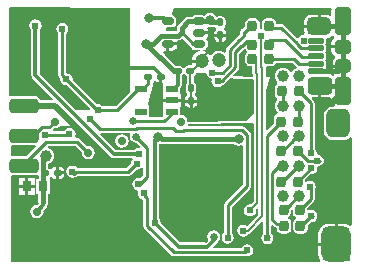
<source format=gbl>
G04 Layer_Physical_Order=2*
G04 Layer_Color=16711680*
%FSLAX25Y25*%
%MOIN*%
G70*
G01*
G75*
G04:AMPARAMS|DCode=10|XSize=19.69mil|YSize=23.62mil|CornerRadius=4.92mil|HoleSize=0mil|Usage=FLASHONLY|Rotation=270.000|XOffset=0mil|YOffset=0mil|HoleType=Round|Shape=RoundedRectangle|*
%AMROUNDEDRECTD10*
21,1,0.01969,0.01378,0,0,270.0*
21,1,0.00984,0.02362,0,0,270.0*
1,1,0.00984,-0.00689,-0.00492*
1,1,0.00984,-0.00689,0.00492*
1,1,0.00984,0.00689,0.00492*
1,1,0.00984,0.00689,-0.00492*
%
%ADD10ROUNDEDRECTD10*%
G04:AMPARAMS|DCode=11|XSize=19.69mil|YSize=23.62mil|CornerRadius=4.92mil|HoleSize=0mil|Usage=FLASHONLY|Rotation=180.000|XOffset=0mil|YOffset=0mil|HoleType=Round|Shape=RoundedRectangle|*
%AMROUNDEDRECTD11*
21,1,0.01969,0.01378,0,0,180.0*
21,1,0.00984,0.02362,0,0,180.0*
1,1,0.00984,-0.00492,0.00689*
1,1,0.00984,0.00492,0.00689*
1,1,0.00984,0.00492,-0.00689*
1,1,0.00984,-0.00492,-0.00689*
%
%ADD11ROUNDEDRECTD11*%
%ADD12R,0.03150X0.03543*%
G04:AMPARAMS|DCode=17|XSize=98.43mil|YSize=47.24mil|CornerRadius=11.81mil|HoleSize=0mil|Usage=FLASHONLY|Rotation=180.000|XOffset=0mil|YOffset=0mil|HoleType=Round|Shape=RoundedRectangle|*
%AMROUNDEDRECTD17*
21,1,0.09843,0.02362,0,0,180.0*
21,1,0.07480,0.04724,0,0,180.0*
1,1,0.02362,-0.03740,0.01181*
1,1,0.02362,0.03740,0.01181*
1,1,0.02362,0.03740,-0.01181*
1,1,0.02362,-0.03740,-0.01181*
%
%ADD17ROUNDEDRECTD17*%
G04:AMPARAMS|DCode=18|XSize=35.43mil|YSize=31.5mil|CornerRadius=7.87mil|HoleSize=0mil|Usage=FLASHONLY|Rotation=270.000|XOffset=0mil|YOffset=0mil|HoleType=Round|Shape=RoundedRectangle|*
%AMROUNDEDRECTD18*
21,1,0.03543,0.01575,0,0,270.0*
21,1,0.01969,0.03150,0,0,270.0*
1,1,0.01575,-0.00787,-0.00984*
1,1,0.01575,-0.00787,0.00984*
1,1,0.01575,0.00787,0.00984*
1,1,0.01575,0.00787,-0.00984*
%
%ADD18ROUNDEDRECTD18*%
%ADD32C,0.01969*%
%ADD33C,0.00787*%
%ADD34C,0.00906*%
%ADD35C,0.00984*%
%ADD36C,0.01181*%
%ADD37C,0.01575*%
%ADD38C,0.04724*%
%ADD39C,0.03937*%
%ADD40C,0.02756*%
%ADD41C,0.02362*%
%ADD42C,0.02559*%
%ADD43C,0.02441*%
%ADD44C,0.03150*%
%ADD45R,0.04134X0.02362*%
G04:AMPARAMS|DCode=46|XSize=118.11mil|YSize=98.43mil|CornerRadius=24.61mil|HoleSize=0mil|Usage=FLASHONLY|Rotation=270.000|XOffset=0mil|YOffset=0mil|HoleType=Round|Shape=RoundedRectangle|*
%AMROUNDEDRECTD46*
21,1,0.11811,0.04921,0,0,270.0*
21,1,0.06890,0.09843,0,0,270.0*
1,1,0.04921,-0.02461,-0.03445*
1,1,0.04921,-0.02461,0.03445*
1,1,0.04921,0.02461,0.03445*
1,1,0.04921,0.02461,-0.03445*
%
%ADD46ROUNDEDRECTD46*%
G04:AMPARAMS|DCode=47|XSize=78.74mil|YSize=94.49mil|CornerRadius=19.69mil|HoleSize=0mil|Usage=FLASHONLY|Rotation=180.000|XOffset=0mil|YOffset=0mil|HoleType=Round|Shape=RoundedRectangle|*
%AMROUNDEDRECTD47*
21,1,0.07874,0.05512,0,0,180.0*
21,1,0.03937,0.09449,0,0,180.0*
1,1,0.03937,-0.01969,0.02756*
1,1,0.03937,0.01969,0.02756*
1,1,0.03937,0.01969,-0.02756*
1,1,0.03937,-0.01969,-0.02756*
%
%ADD47ROUNDEDRECTD47*%
G04:AMPARAMS|DCode=48|XSize=17.72mil|YSize=54.33mil|CornerRadius=4.43mil|HoleSize=0mil|Usage=FLASHONLY|Rotation=90.000|XOffset=0mil|YOffset=0mil|HoleType=Round|Shape=RoundedRectangle|*
%AMROUNDEDRECTD48*
21,1,0.01772,0.04547,0,0,90.0*
21,1,0.00886,0.05433,0,0,90.0*
1,1,0.00886,0.02274,0.00443*
1,1,0.00886,0.02274,-0.00443*
1,1,0.00886,-0.02274,-0.00443*
1,1,0.00886,-0.02274,0.00443*
%
%ADD48ROUNDEDRECTD48*%
G04:AMPARAMS|DCode=49|XSize=58.07mil|YSize=82.68mil|CornerRadius=14.52mil|HoleSize=0mil|Usage=FLASHONLY|Rotation=270.000|XOffset=0mil|YOffset=0mil|HoleType=Round|Shape=RoundedRectangle|*
%AMROUNDEDRECTD49*
21,1,0.05807,0.05364,0,0,270.0*
21,1,0.02904,0.08268,0,0,270.0*
1,1,0.02904,-0.02682,-0.01452*
1,1,0.02904,-0.02682,0.01452*
1,1,0.02904,0.02682,0.01452*
1,1,0.02904,0.02682,-0.01452*
%
%ADD49ROUNDEDRECTD49*%
G04:AMPARAMS|DCode=50|XSize=58.07mil|YSize=78.74mil|CornerRadius=14.52mil|HoleSize=0mil|Usage=FLASHONLY|Rotation=270.000|XOffset=0mil|YOffset=0mil|HoleType=Round|Shape=RoundedRectangle|*
%AMROUNDEDRECTD50*
21,1,0.05807,0.04971,0,0,270.0*
21,1,0.02904,0.07874,0,0,270.0*
1,1,0.02904,-0.02485,-0.01452*
1,1,0.02904,-0.02485,0.01452*
1,1,0.02904,0.02485,0.01452*
1,1,0.02904,0.02485,-0.01452*
%
%ADD50ROUNDEDRECTD50*%
G04:AMPARAMS|DCode=51|XSize=46.26mil|YSize=51.18mil|CornerRadius=11.57mil|HoleSize=0mil|Usage=FLASHONLY|Rotation=270.000|XOffset=0mil|YOffset=0mil|HoleType=Round|Shape=RoundedRectangle|*
%AMROUNDEDRECTD51*
21,1,0.04626,0.02805,0,0,270.0*
21,1,0.02313,0.05118,0,0,270.0*
1,1,0.02313,-0.01403,-0.01157*
1,1,0.02313,-0.01403,0.01157*
1,1,0.02313,0.01403,0.01157*
1,1,0.02313,0.01403,-0.01157*
%
%ADD51ROUNDEDRECTD51*%
G04:AMPARAMS|DCode=52|XSize=46.26mil|YSize=55.12mil|CornerRadius=11.57mil|HoleSize=0mil|Usage=FLASHONLY|Rotation=270.000|XOffset=0mil|YOffset=0mil|HoleType=Round|Shape=RoundedRectangle|*
%AMROUNDEDRECTD52*
21,1,0.04626,0.03199,0,0,270.0*
21,1,0.02313,0.05512,0,0,270.0*
1,1,0.02313,-0.01599,-0.01157*
1,1,0.02313,-0.01599,0.01157*
1,1,0.02313,0.01599,0.01157*
1,1,0.02313,0.01599,-0.01157*
%
%ADD52ROUNDEDRECTD52*%
G04:AMPARAMS|DCode=53|XSize=93.5mil|YSize=55.12mil|CornerRadius=13.78mil|HoleSize=0mil|Usage=FLASHONLY|Rotation=270.000|XOffset=0mil|YOffset=0mil|HoleType=Round|Shape=RoundedRectangle|*
%AMROUNDEDRECTD53*
21,1,0.09350,0.02756,0,0,270.0*
21,1,0.06594,0.05512,0,0,270.0*
1,1,0.02756,-0.01378,-0.03297*
1,1,0.02756,-0.01378,0.03297*
1,1,0.02756,0.01378,0.03297*
1,1,0.02756,0.01378,-0.03297*
%
%ADD53ROUNDEDRECTD53*%
G04:AMPARAMS|DCode=54|XSize=23.62mil|YSize=41.34mil|CornerRadius=5.91mil|HoleSize=0mil|Usage=FLASHONLY|Rotation=90.000|XOffset=0mil|YOffset=0mil|HoleType=Round|Shape=RoundedRectangle|*
%AMROUNDEDRECTD54*
21,1,0.02362,0.02953,0,0,90.0*
21,1,0.01181,0.04134,0,0,90.0*
1,1,0.01181,0.01476,0.00591*
1,1,0.01181,0.01476,-0.00591*
1,1,0.01181,-0.01476,-0.00591*
1,1,0.01181,-0.01476,0.00591*
%
%ADD54ROUNDEDRECTD54*%
%ADD55C,0.01378*%
G36*
X66809Y64079D02*
X67253Y63415D01*
X67917Y62971D01*
X68120Y62931D01*
X68498Y62358D01*
X68429Y62011D01*
X68585Y61228D01*
X69028Y60563D01*
X69692Y60119D01*
X70476Y59964D01*
X71259Y60119D01*
X71924Y60563D01*
X72055Y60760D01*
X72284Y60806D01*
X72707Y61088D01*
X74703Y63084D01*
X74873Y63116D01*
X75290Y63053D01*
X75302Y63046D01*
X75428Y62959D01*
X75553Y62872D01*
X75557Y62871D01*
X75561Y62869D01*
X75711Y62837D01*
X75859Y62804D01*
X82151Y62669D01*
X82192Y62634D01*
X82474Y62340D01*
X82526Y62227D01*
Y51423D01*
X79877Y48774D01*
X60955Y48372D01*
X60565Y48496D01*
X60415Y48827D01*
X60307Y49369D01*
X59829Y50085D01*
X59113Y50563D01*
X58268Y50731D01*
X58071Y50893D01*
Y53429D01*
X58283D01*
Y55110D01*
X55216D01*
X52150D01*
Y53429D01*
X52362D01*
Y50172D01*
X52119Y49929D01*
X47638D01*
Y53839D01*
X47620D01*
X47309Y54230D01*
X49107Y62038D01*
X49643Y62137D01*
X49790Y61916D01*
X50284Y61587D01*
X50866Y61471D01*
X51055D01*
Y63484D01*
X52055D01*
Y61426D01*
X52273Y61350D01*
X52362Y60984D01*
Y57791D01*
X52150D01*
Y56110D01*
X55216D01*
X58283D01*
Y57791D01*
X58071D01*
Y59529D01*
X58100Y59558D01*
X58404Y60014D01*
X58511Y60551D01*
Y63703D01*
X58718Y63841D01*
X58995Y64257D01*
X59040Y64265D01*
X59464D01*
X59509Y64257D01*
X59786Y63841D01*
X60193Y63569D01*
Y61228D01*
X59917Y60814D01*
X59817Y60315D01*
Y58937D01*
X59917Y58438D01*
X60200Y58015D01*
X60386Y57890D01*
X60360Y57309D01*
X60046Y57099D01*
X59716Y56606D01*
X59601Y56024D01*
Y55835D01*
X60551D01*
X60554Y55830D01*
X60670Y55753D01*
X60781Y55670D01*
X60799Y55666D01*
X60815Y55656D01*
X60951Y55629D01*
X61086Y55595D01*
X61104Y55598D01*
X61122Y55595D01*
X61614D01*
X61909D01*
X62217Y55656D01*
X62477Y55830D01*
X62480Y55835D01*
X63628D01*
Y56024D01*
X63512Y56606D01*
X63182Y57099D01*
X62806Y57351D01*
Y57866D01*
X63029Y58015D01*
X63312Y58438D01*
X63411Y58937D01*
Y60315D01*
X63312Y60814D01*
X63029Y61238D01*
X62606Y61520D01*
X62602Y61521D01*
Y63569D01*
X63009Y63841D01*
X63292Y64265D01*
X63352Y64567D01*
X66712D01*
X66809Y64079D01*
D02*
G37*
G36*
X61909Y56398D02*
X61122D01*
X61221Y58563D01*
X61909D01*
Y56398D01*
D02*
G37*
G36*
X79339Y72756D02*
X79634Y72664D01*
X79777Y72562D01*
X79816Y72368D01*
X80164Y71847D01*
X80027Y71403D01*
X79816Y71087D01*
X79694Y70472D01*
Y68504D01*
X79816Y67889D01*
X80164Y67369D01*
X80685Y67020D01*
X81299Y66898D01*
X82064D01*
Y64862D01*
X82064Y64862D01*
X82155Y64401D01*
X82416Y64011D01*
X82251Y63552D01*
X82168Y63471D01*
X75876Y63607D01*
X75690Y64071D01*
X77244Y65625D01*
X77526Y66048D01*
X77626Y66547D01*
Y71155D01*
X79229Y72758D01*
X79339Y72756D01*
D02*
G37*
G36*
X41240Y86485D02*
Y58388D01*
X36519Y53667D01*
X32055D01*
X31959Y53810D01*
X31295Y54254D01*
X30512Y54409D01*
X30179Y54343D01*
X22092Y62430D01*
X22126Y62598D01*
X21970Y63382D01*
X21526Y64046D01*
X20862Y64490D01*
X20079Y64646D01*
X20005Y64706D01*
Y77788D01*
X20148Y77883D01*
X20592Y78547D01*
X20748Y79331D01*
X20592Y80114D01*
X20148Y80778D01*
X19484Y81222D01*
X18701Y81378D01*
X17917Y81222D01*
X17253Y80778D01*
X16809Y80114D01*
X16654Y79331D01*
X16809Y78547D01*
X17253Y77883D01*
X17396Y77788D01*
Y63976D01*
X17495Y63477D01*
X17778Y63054D01*
X18065Y62767D01*
X18032Y62598D01*
X18187Y61815D01*
X18631Y61151D01*
X19295Y60707D01*
X20079Y60551D01*
X20247Y60585D01*
X27970Y52862D01*
X27763Y52362D01*
X23312D01*
X11149Y64525D01*
Y79036D01*
X11192Y79064D01*
X11636Y79728D01*
X11791Y80512D01*
X11636Y81295D01*
X11192Y81959D01*
X10527Y82403D01*
X9744Y82559D01*
X8961Y82403D01*
X8297Y81959D01*
X7853Y81295D01*
X7697Y80512D01*
X7853Y79728D01*
X8297Y79064D01*
X8339Y79036D01*
Y63943D01*
X8446Y63406D01*
X8751Y62950D01*
X15584Y56117D01*
X15393Y55655D01*
X11528D01*
X11500Y55798D01*
X11065Y56449D01*
X10414Y56884D01*
X9646Y57037D01*
X2165D01*
X1484Y56901D01*
X984Y57163D01*
Y86226D01*
X1338Y86579D01*
X41240Y86485D01*
D02*
G37*
G36*
X2165Y40660D02*
X9646D01*
X9707Y40672D01*
X9953Y40212D01*
X6778Y37037D01*
X2165D01*
X1961Y36996D01*
X1575Y37313D01*
Y40384D01*
X1961Y40701D01*
X2165Y40660D01*
D02*
G37*
G36*
X41322Y44404D02*
X41352Y44261D01*
X41202Y43506D01*
X41362Y42700D01*
X41819Y42016D01*
X42503Y41559D01*
X43309Y41399D01*
X43442Y41425D01*
X44546Y40321D01*
X44453Y40036D01*
X44330Y39831D01*
X43606Y39687D01*
X42942Y39243D01*
X42914Y39200D01*
X36474D01*
X31414Y44261D01*
X31621Y44761D01*
X41131D01*
X41322Y44404D01*
D02*
G37*
G36*
X105000Y56580D02*
X107182D01*
X107902Y56723D01*
X108402Y56391D01*
Y55463D01*
X108587Y54535D01*
X108965Y53969D01*
X108812Y53595D01*
X108709Y53462D01*
X108040Y53374D01*
X107370Y53096D01*
X106794Y52654D01*
X106353Y52079D01*
X106075Y51408D01*
X105980Y50689D01*
Y45177D01*
X106075Y44458D01*
X106353Y43787D01*
X106794Y43212D01*
X107370Y42770D01*
X108040Y42492D01*
X108760Y42397D01*
X112697D01*
X113416Y42492D01*
X114087Y42770D01*
X114657Y43208D01*
X114681Y43205D01*
X115157Y43036D01*
X115157Y13901D01*
X114657Y13655D01*
X114147Y14047D01*
X113305Y14395D01*
X112401Y14514D01*
X110441D01*
Y7579D01*
X109941D01*
Y7079D01*
X103990D01*
Y4134D01*
X104109Y3230D01*
X104457Y2389D01*
X104698Y2075D01*
X104452Y1575D01*
X1575Y1575D01*
X1575Y30384D01*
X1961Y30701D01*
X2165Y30660D01*
X9646D01*
X10296Y30790D01*
X10796Y30513D01*
Y29528D01*
X10039D01*
Y24409D01*
X10713D01*
Y21547D01*
X10809Y21064D01*
X10421Y20676D01*
X10237Y20713D01*
X9392Y20545D01*
X8676Y20066D01*
X8197Y19350D01*
X8029Y18505D01*
X8197Y17660D01*
X8676Y16944D01*
X9392Y16465D01*
X10237Y16297D01*
X11082Y16465D01*
X11798Y16944D01*
X12276Y17660D01*
X12444Y18505D01*
X12408Y18689D01*
X13312Y19594D01*
X13617Y20049D01*
X13724Y20587D01*
Y20815D01*
X13802Y20933D01*
X13925Y21547D01*
Y24409D01*
X14764D01*
Y29528D01*
X14764Y29528D01*
X14764Y29967D01*
X15304Y29886D01*
X15342Y29830D01*
X15835Y29500D01*
X16417Y29384D01*
X16606D01*
Y31398D01*
Y33411D01*
X16417D01*
X15835Y33295D01*
X15342Y32965D01*
X15129Y32647D01*
X14601Y32605D01*
X14555Y32620D01*
X14426Y32812D01*
X14007Y33092D01*
Y34423D01*
X14007Y34423D01*
X14678Y34701D01*
X15254Y35143D01*
X15695Y35718D01*
X15973Y36389D01*
X16068Y37108D01*
X15973Y37828D01*
X15695Y38498D01*
X15254Y39074D01*
X14678Y39515D01*
X14007Y39793D01*
X13950Y39801D01*
X13930Y40292D01*
X14429Y40391D01*
X14601Y40506D01*
X23203D01*
X25216Y38493D01*
X25156Y38191D01*
X25324Y37346D01*
X25802Y36630D01*
X26519Y36151D01*
X27363Y35983D01*
X28208Y36151D01*
X28925Y36630D01*
X29403Y37346D01*
X29571Y38191D01*
X29403Y39036D01*
X28925Y39752D01*
X28208Y40231D01*
X27363Y40399D01*
X27061Y40338D01*
X24666Y42733D01*
X24243Y43016D01*
X23743Y43116D01*
X23156D01*
X22921Y43557D01*
X22955Y43608D01*
X23111Y44392D01*
X22955Y45175D01*
X22512Y45840D01*
X21847Y46283D01*
X21064Y46439D01*
X20281Y46283D01*
X19616Y45840D01*
X19324Y45401D01*
X15670D01*
X15463Y45901D01*
X15841Y46280D01*
X16142Y46220D01*
X16987Y46388D01*
X17704Y46866D01*
X17824Y47047D01*
X24653D01*
X34899Y36802D01*
X35355Y36497D01*
X35892Y36390D01*
X41994D01*
X42157Y35898D01*
X41713Y35234D01*
X41578Y34553D01*
X40022Y32998D01*
X23658D01*
X23496Y33241D01*
X22832Y33684D01*
X22048Y33840D01*
X21265Y33684D01*
X20601Y33241D01*
X20157Y32576D01*
X20001Y31793D01*
X20157Y31010D01*
X20601Y30345D01*
X21265Y29901D01*
X22048Y29746D01*
X22832Y29901D01*
X22867Y29925D01*
X23153Y29982D01*
X23576Y30265D01*
X23700Y30388D01*
X40563D01*
X41062Y30488D01*
X41485Y30770D01*
X43199Y32484D01*
X43604Y32403D01*
X44388Y32559D01*
X45052Y33003D01*
X45243Y33288D01*
X45743Y33136D01*
Y30560D01*
X44770Y29587D01*
X44027Y29735D01*
X43244Y29579D01*
X42579Y29135D01*
X42136Y28471D01*
X41980Y27688D01*
X42136Y26904D01*
X42579Y26240D01*
X43244Y25796D01*
X43555Y25734D01*
X43977Y25489D01*
X43821Y24706D01*
X43977Y23923D01*
X44421Y23258D01*
X45085Y22815D01*
X45257Y22780D01*
X45703Y22334D01*
Y13827D01*
X45803Y13327D01*
X46085Y12904D01*
X54931Y4058D01*
X55354Y3776D01*
X55854Y3676D01*
X79685D01*
X79716Y3682D01*
X80315Y3563D01*
X81098Y3719D01*
X81763Y4163D01*
X82206Y4827D01*
X82362Y5610D01*
X82206Y6394D01*
X81763Y7058D01*
X81098Y7502D01*
X80315Y7658D01*
X79532Y7502D01*
X78867Y7058D01*
X78424Y6394D01*
X78402Y6285D01*
X69096D01*
X68905Y6747D01*
X70190Y8032D01*
X70494Y8488D01*
X70502Y8524D01*
X70687Y8648D01*
X71143Y9332D01*
X71304Y10138D01*
X71143Y10945D01*
X70687Y11629D01*
X70003Y12085D01*
X69196Y12246D01*
X68390Y12085D01*
X67706Y11629D01*
X67249Y10945D01*
X67089Y10138D01*
X67249Y9332D01*
X67356Y9172D01*
X66439Y8256D01*
X58101D01*
X51545Y14812D01*
X51555Y14862D01*
X51399Y15646D01*
X50955Y16310D01*
X50913Y16338D01*
Y41063D01*
X51515Y41183D01*
X51585Y41230D01*
X51896Y41168D01*
X75692D01*
X75758Y41071D01*
X76539Y40548D01*
X77461Y40365D01*
X78382Y40548D01*
X78573Y40676D01*
X79014Y40440D01*
Y27651D01*
X72900Y21536D01*
X72617Y21113D01*
X72518Y20614D01*
Y11386D01*
X72375Y11291D01*
X71931Y10626D01*
X71775Y9843D01*
X71931Y9060D01*
X72375Y8395D01*
X73039Y7952D01*
X73822Y7796D01*
X74606Y7952D01*
X75270Y8395D01*
X75714Y9060D01*
X75870Y9843D01*
X75714Y10626D01*
X75270Y11291D01*
X75127Y11386D01*
Y20074D01*
X81241Y26188D01*
X81524Y26611D01*
X81623Y27110D01*
Y43952D01*
X81524Y44451D01*
X81241Y44875D01*
X79565Y46550D01*
X79142Y46833D01*
X78643Y46933D01*
X60851D01*
X60564Y47433D01*
X60640Y47563D01*
X82168Y48020D01*
X82526Y47670D01*
Y21917D01*
X81527Y20919D01*
X81240Y20976D01*
X80457Y20820D01*
X79792Y20376D01*
X79349Y19712D01*
X79193Y18928D01*
X79349Y18145D01*
X79792Y17481D01*
X80457Y17037D01*
X81240Y16881D01*
X82024Y17037D01*
X82688Y17481D01*
X83131Y18145D01*
X83287Y18928D01*
X83230Y19215D01*
X83639Y19624D01*
X84101Y19433D01*
Y17398D01*
X80349Y13647D01*
X79823Y13998D01*
X79039Y14154D01*
X78256Y13998D01*
X77592Y13555D01*
X77148Y12890D01*
X76992Y12107D01*
X77148Y11323D01*
X77592Y10659D01*
X78256Y10215D01*
X79039Y10060D01*
X79823Y10215D01*
X80487Y10659D01*
X80670Y10934D01*
X80973Y10994D01*
X81364Y11255D01*
X85211Y15103D01*
X85673Y14912D01*
Y11267D01*
X85560Y11192D01*
X85116Y10527D01*
X84961Y9744D01*
X85116Y8961D01*
X85560Y8297D01*
X86224Y7853D01*
X87008Y7697D01*
X87791Y7853D01*
X88455Y8297D01*
X88899Y8961D01*
X89055Y9744D01*
X88899Y10527D01*
X88455Y11192D01*
X88283Y11307D01*
Y13815D01*
X88745Y14007D01*
X89205Y13546D01*
X89628Y13263D01*
X90127Y13164D01*
X90195D01*
Y12795D01*
X90317Y12181D01*
X90666Y11660D01*
X91186Y11312D01*
X91801Y11190D01*
X93376D01*
X93990Y11312D01*
X94511Y11660D01*
X94859Y12181D01*
X94981Y12795D01*
Y14764D01*
X94859Y15378D01*
X94511Y15899D01*
X94073Y16192D01*
X94036Y16553D01*
X94064Y16742D01*
X94413Y16975D01*
X94761Y17496D01*
X94883Y18110D01*
Y18933D01*
X95109Y19126D01*
X95609Y18896D01*
Y18110D01*
X95731Y17496D01*
X96079Y16975D01*
X96517Y16682D01*
X96554Y16321D01*
X96526Y16132D01*
X96177Y15899D01*
X95829Y15378D01*
X95707Y14764D01*
Y12795D01*
X95829Y12181D01*
X96177Y11660D01*
X96698Y11312D01*
X97313Y11190D01*
X98887D01*
X99502Y11312D01*
X100023Y11660D01*
X100371Y12181D01*
X100493Y12795D01*
Y13998D01*
X101509Y15015D01*
X101678Y14981D01*
X102462Y15137D01*
X103126Y15581D01*
X103570Y16245D01*
X103623Y16513D01*
X103634Y16529D01*
X103733Y17028D01*
X103634Y17528D01*
X103623Y17544D01*
X103570Y17812D01*
X103126Y18476D01*
X102462Y18920D01*
X101678Y19076D01*
X100895Y18920D01*
X100836Y18880D01*
X100395Y19116D01*
Y19643D01*
X102433Y21681D01*
X102716Y22104D01*
X102815Y22603D01*
Y25603D01*
X103073Y25988D01*
X103228Y26772D01*
X103073Y27555D01*
X102629Y28219D01*
X101964Y28663D01*
X101181Y28819D01*
X100398Y28663D01*
X100058Y28436D01*
X99623Y28657D01*
X99578Y29128D01*
X101411Y30960D01*
X101580Y30927D01*
X102363Y31083D01*
X103027Y31526D01*
X103471Y32191D01*
X103627Y32974D01*
X103545Y33384D01*
X103647Y33486D01*
X104430Y33642D01*
X105094Y34086D01*
X105284Y34370D01*
X105645Y34611D01*
X105928Y35034D01*
X106027Y35533D01*
X105928Y36033D01*
X105645Y36456D01*
X105284Y36697D01*
X105094Y36981D01*
X104430Y37425D01*
X103647Y37580D01*
X103515Y38064D01*
X103373Y38777D01*
X102929Y39442D01*
X102786Y39537D01*
Y54621D01*
X102687Y55120D01*
X102404Y55544D01*
X101867Y56080D01*
X102075Y56580D01*
X104000D01*
Y60532D01*
X105000D01*
Y56580D01*
D02*
G37*
G36*
X109134Y76962D02*
X109336Y76827D01*
Y76327D01*
X109051Y76136D01*
X108574Y75423D01*
X108407Y74582D01*
Y73925D01*
X112205D01*
Y72925D01*
X108407D01*
Y72269D01*
X108574Y71427D01*
X109051Y70714D01*
X109527Y70395D01*
X109549Y69809D01*
X109444Y69739D01*
X108968Y69025D01*
X108800Y68184D01*
Y67528D01*
X112401D01*
Y66528D01*
X108800D01*
Y65871D01*
X108968Y65030D01*
X109292Y64544D01*
X109192Y64036D01*
X108804Y63848D01*
X108139Y64293D01*
X107182Y64483D01*
X107138D01*
X106914Y64756D01*
X103122D01*
Y65756D01*
X106855D01*
X106755Y66262D01*
X106444Y66727D01*
X106555Y66892D01*
X106650Y67372D01*
Y68258D01*
X106555Y68738D01*
X106316Y69095D01*
X106555Y69451D01*
X106650Y69931D01*
Y70817D01*
X106555Y71297D01*
X106316Y71654D01*
X106555Y72010D01*
X106650Y72490D01*
Y73376D01*
X106555Y73856D01*
X106316Y74213D01*
X106555Y74569D01*
X106650Y75049D01*
Y75935D01*
X107083Y76323D01*
X107745Y76455D01*
X108556Y76997D01*
X108577Y77029D01*
X109000D01*
X109134Y76962D01*
D02*
G37*
G36*
X61345Y73487D02*
X61474Y73401D01*
X61497Y73281D01*
X61802Y72825D01*
X62258Y72521D01*
X62795Y72414D01*
X64520D01*
X64553Y71914D01*
X64280Y71878D01*
X63462Y71539D01*
X62760Y71000D01*
X62221Y70298D01*
X61882Y69480D01*
X61832Y69102D01*
X65158D01*
Y68102D01*
X61832D01*
X61876Y67769D01*
X61851Y67615D01*
X61620Y67269D01*
X60709D01*
X60126Y67154D01*
X59633Y66824D01*
X59420Y66505D01*
X58892Y66463D01*
X58846Y66478D01*
X58718Y66671D01*
X58294Y66953D01*
X57795Y67053D01*
X56417D01*
X56386Y67046D01*
X52840Y70592D01*
X52293Y71726D01*
X52621Y72197D01*
X53339D01*
Y74409D01*
X53839D01*
Y74909D01*
X56937D01*
Y75000D01*
X56902Y75173D01*
X57219Y75560D01*
X57418D01*
X57418Y75560D01*
X58032Y75682D01*
X58553Y76030D01*
X58802D01*
X61345Y73487D01*
D02*
G37*
G36*
X108152Y86394D02*
X108523Y85893D01*
X108402Y85285D01*
Y84069D01*
X107961Y83833D01*
X107745Y83978D01*
X106788Y84168D01*
X104803D01*
Y80216D01*
X104303D01*
Y79716D01*
X99318D01*
Y78765D01*
X99468Y78011D01*
X99418Y77890D01*
X99184Y77564D01*
X99109Y77506D01*
X98491Y77384D01*
X97827Y76940D01*
X97523Y76486D01*
X96931Y76371D01*
X92556Y80745D01*
X92133Y81028D01*
X91634Y81127D01*
X89991D01*
Y81299D01*
X89869Y81914D01*
X89521Y82435D01*
X89000Y82783D01*
X88386Y82905D01*
X86811D01*
X86197Y82783D01*
X85676Y82435D01*
X85328Y81914D01*
X85205Y81299D01*
Y79445D01*
X85093Y79309D01*
X84923D01*
X84480Y79763D01*
Y81299D01*
X84357Y81914D01*
X84009Y82435D01*
X83489Y82783D01*
X82874Y82905D01*
X81299D01*
X80685Y82783D01*
X80164Y82435D01*
X79816Y81914D01*
X79694Y81299D01*
Y80365D01*
X78841Y79513D01*
X78423Y79233D01*
X78251Y79061D01*
X77968Y78638D01*
X77869Y78139D01*
Y77556D01*
X76898Y76586D01*
X76731Y76474D01*
X73627Y73370D01*
X73344Y72947D01*
X73245Y72448D01*
Y71673D01*
X72745Y71426D01*
X72455Y71649D01*
X71688Y71966D01*
X70866Y72074D01*
X70044Y71966D01*
X69278Y71649D01*
X68620Y71144D01*
X68348Y70789D01*
X67718Y70789D01*
X67555Y71000D01*
X66853Y71539D01*
X66035Y71878D01*
X65751Y71915D01*
X65748Y72414D01*
X66286Y72521D01*
X66742Y72825D01*
X67046Y73281D01*
X67153Y73819D01*
Y75000D01*
X67046Y75538D01*
X66742Y75993D01*
X66932Y76468D01*
X67246Y76938D01*
X67370Y77559D01*
Y77650D01*
X64272D01*
Y78650D01*
X67370D01*
Y78740D01*
X67246Y79361D01*
X67065Y79632D01*
X67365Y80082D01*
X67913Y79973D01*
X68306Y80051D01*
X68721Y79969D01*
X68721Y79969D01*
X69724D01*
X69979Y79706D01*
X69922Y79136D01*
X69790Y79048D01*
X69461Y78555D01*
X69345Y77973D01*
Y77784D01*
X73372D01*
Y77973D01*
X73256Y78555D01*
X72926Y79048D01*
X72608Y79261D01*
X72566Y79789D01*
X72580Y79835D01*
X72773Y79963D01*
X73056Y80387D01*
X73155Y80886D01*
Y82264D01*
X73056Y82763D01*
X72773Y83186D01*
X72350Y83469D01*
X71850Y83568D01*
X70866D01*
X70367Y83469D01*
X70133Y83312D01*
X69616Y84085D01*
X68835Y84607D01*
X67913Y84790D01*
X66992Y84607D01*
X66210Y84085D01*
X66038Y83828D01*
X65748Y83885D01*
X62795D01*
X62258Y83778D01*
X61834Y83495D01*
X60728D01*
X60728Y83495D01*
X60114Y83373D01*
X59593Y83025D01*
X59593Y83025D01*
X57329Y80761D01*
X56981Y80240D01*
X56859Y79626D01*
X56859Y79626D01*
Y78877D01*
X56753Y78771D01*
X53665D01*
X53378Y79180D01*
X53635Y79894D01*
X55315D01*
X55853Y80001D01*
X56308Y80306D01*
X56613Y80762D01*
X56720Y81299D01*
Y82480D01*
X56613Y83018D01*
X56308Y83474D01*
X55853Y83778D01*
X55583Y83832D01*
X55234Y84340D01*
X56004Y86480D01*
X108152Y86394D01*
D02*
G37*
G36*
X96715Y66892D02*
X96797Y66838D01*
X96818Y66681D01*
X96725Y66285D01*
X96193Y66065D01*
X95617Y65623D01*
X95188Y65063D01*
X94917Y65020D01*
X94911D01*
X94641Y65063D01*
X94211Y65623D01*
X93636Y66065D01*
X92965Y66342D01*
X92246Y66437D01*
X91526Y66342D01*
X90856Y66065D01*
X90280Y65623D01*
X89838Y65047D01*
X89561Y64377D01*
X89466Y63657D01*
X89561Y62938D01*
X89838Y62268D01*
X90280Y61692D01*
X90400Y61600D01*
X90419Y61529D01*
X90348Y61010D01*
X90006Y60781D01*
X89658Y60260D01*
X89536Y59646D01*
Y57677D01*
X89658Y57063D01*
X90006Y56542D01*
X90354Y56310D01*
X90426Y55799D01*
X90406Y55719D01*
X90280Y55623D01*
X89838Y55047D01*
X89561Y54377D01*
X89466Y53657D01*
X89561Y52938D01*
X89838Y52268D01*
X90280Y51692D01*
X90468Y51548D01*
X90343Y51013D01*
X90232Y50991D01*
X89711Y50643D01*
X89363Y50122D01*
X89241Y49508D01*
Y47976D01*
X86971Y45706D01*
X86509Y45897D01*
Y58699D01*
X87965Y63346D01*
X86509Y63378D01*
Y66368D01*
X86509Y66368D01*
X86492Y66452D01*
X86665Y66693D01*
X86913Y66898D01*
X88386D01*
X89000Y67020D01*
X89521Y67369D01*
X89869Y67889D01*
X89928Y68184D01*
X95424D01*
X96715Y66892D01*
D02*
G37*
%LPC*%
G36*
X61114Y54835D02*
X59601D01*
Y54646D01*
X59716Y54063D01*
X60046Y53570D01*
X60540Y53240D01*
X61114Y53126D01*
Y54835D01*
D02*
G37*
G36*
X63628D02*
X62114D01*
Y53126D01*
X62688Y53240D01*
X63182Y53570D01*
X63512Y54063D01*
X63628Y54646D01*
Y54835D01*
D02*
G37*
G36*
X38583Y44235D02*
X37738Y44067D01*
X37022Y43589D01*
X36543Y42872D01*
X36375Y42028D01*
X36543Y41183D01*
X37022Y40466D01*
X37738Y39988D01*
X38583Y39820D01*
X39428Y39988D01*
X40144Y40466D01*
X40622Y41183D01*
X40790Y42028D01*
X40622Y42872D01*
X40144Y43589D01*
X39428Y44067D01*
X38583Y44235D01*
D02*
G37*
G36*
X19315Y30898D02*
X17606D01*
Y29384D01*
X17795D01*
X18377Y29500D01*
X18871Y29830D01*
X19201Y30323D01*
X19315Y30898D01*
D02*
G37*
G36*
X109441Y14514D02*
X107480D01*
X106577Y14395D01*
X105735Y14047D01*
X105012Y13492D01*
X104457Y12769D01*
X104109Y11927D01*
X103990Y11024D01*
Y8079D01*
X109441D01*
Y14514D01*
D02*
G37*
G36*
X9465Y26469D02*
X7390D01*
Y24197D01*
X9465D01*
Y26469D01*
D02*
G37*
G36*
X6390Y29740D02*
X4315D01*
Y27468D01*
X6390D01*
Y29740D01*
D02*
G37*
G36*
X9465D02*
X7390D01*
Y27468D01*
X9465D01*
Y29740D01*
D02*
G37*
G36*
X6390Y26469D02*
X4315D01*
Y24197D01*
X6390D01*
Y26469D01*
D02*
G37*
G36*
X17795Y33411D02*
X17606D01*
Y31898D01*
X19315D01*
X19201Y32472D01*
X18871Y32965D01*
X18377Y33295D01*
X17795Y33411D01*
D02*
G37*
G36*
X56937Y73909D02*
X54339D01*
Y72197D01*
X55315D01*
X55936Y72321D01*
X56462Y72672D01*
X56813Y73198D01*
X56937Y73819D01*
Y73909D01*
D02*
G37*
G36*
X70858Y76784D02*
X69345D01*
Y76595D01*
X69461Y76012D01*
X69790Y75519D01*
X70284Y75189D01*
X70858Y75075D01*
Y76784D01*
D02*
G37*
G36*
X73372D02*
X71858D01*
Y75075D01*
X72433Y75189D01*
X72926Y75519D01*
X73256Y76012D01*
X73372Y76595D01*
Y76784D01*
D02*
G37*
G36*
X103803Y84168D02*
X101818D01*
X100861Y83978D01*
X100050Y83436D01*
X99508Y82625D01*
X99318Y81668D01*
Y80717D01*
X103803D01*
Y84168D01*
D02*
G37*
%LPD*%
D10*
X12815Y31398D02*
D03*
X17106D02*
D03*
X57106Y65256D02*
D03*
X61398D02*
D03*
X47264Y63484D02*
D03*
X51555D02*
D03*
D11*
X61614Y55335D02*
D03*
Y59626D02*
D03*
X71358Y81575D02*
D03*
Y77284D02*
D03*
D12*
X6890Y26969D02*
D03*
X12402D02*
D03*
D17*
X5906Y33848D02*
D03*
Y43848D02*
D03*
Y53848D02*
D03*
D18*
X87598Y73966D02*
D03*
X82087D02*
D03*
X87598Y80315D02*
D03*
X82087D02*
D03*
X87598Y69488D02*
D03*
X82087D02*
D03*
X98100Y13780D02*
D03*
X92588D02*
D03*
X98002Y19094D02*
D03*
X92490D02*
D03*
X97116Y28425D02*
D03*
X91604D02*
D03*
X97116Y38642D02*
D03*
X91604D02*
D03*
X91634Y48524D02*
D03*
X97146D02*
D03*
X97441Y58661D02*
D03*
X91929D02*
D03*
D32*
X16132Y53848D02*
X25492Y44488D01*
X5906Y53848D02*
X16132D01*
D33*
X61398Y59842D02*
X61614Y59626D01*
X61398Y59842D02*
Y65256D01*
X65158Y69784D02*
X68110Y72736D01*
X65158Y68602D02*
Y69784D01*
X85305Y16899D02*
Y66368D01*
X84842Y66831D02*
X85305Y66368D01*
X83268Y64862D02*
Y68307D01*
X83730Y21418D02*
Y64400D01*
X83268Y64862D02*
X83730Y64400D01*
X82087Y69488D02*
X83268Y68307D01*
X61811Y65256D02*
X65158Y68602D01*
X61398Y65256D02*
X61811D01*
X81240Y18928D02*
X83730Y21418D01*
X79039Y12107D02*
X80512D01*
X85305Y16899D01*
X84842Y66831D02*
Y69557D01*
Y69615D02*
Y76961D01*
D34*
X65850Y9449D02*
X66440Y8859D01*
D35*
X58268Y18994D02*
X58467Y18794D01*
X12894Y44097D02*
X21064D01*
X10394Y43848D02*
Y45132D01*
X22654Y31187D02*
X23160Y31693D01*
X43579Y46358D02*
X55494D01*
X43286Y46065D02*
X43579Y46358D01*
X55494D02*
X56576Y45276D01*
X31297Y46065D02*
X43286D01*
X28051Y49311D02*
X31297Y46065D01*
X20079Y62598D02*
X30315Y52362D01*
X30512D01*
X44048Y59350D02*
X44783D01*
X37060Y52362D02*
X44048Y59350D01*
X30512Y52362D02*
X37060D01*
X90127Y14469D02*
X92588D01*
X92134Y18209D02*
X94261Y20336D01*
X52660Y48624D02*
X55807Y51772D01*
X80106Y75443D02*
X82087D01*
X58778Y45276D02*
X59130Y45628D01*
X56576Y45276D02*
X58778D01*
X55854Y4981D02*
X79685D01*
X47008Y13827D02*
Y22874D01*
Y13827D02*
X55854Y4981D01*
X79685D02*
X80315Y5610D01*
X73822Y20614D02*
X80319Y27110D01*
X73822Y9843D02*
Y20614D01*
X86978Y22278D02*
Y43868D01*
X78443Y73779D02*
X80106Y75443D01*
X78405Y73779D02*
X78443D01*
X76321Y71695D02*
X78405Y73779D01*
X79173Y77016D02*
Y78139D01*
X77709Y75551D02*
X79173Y77016D01*
X77653Y75551D02*
X77709D01*
X74550Y72448D02*
X77653Y75551D01*
X76321Y66547D02*
Y71695D01*
X74550Y67281D02*
Y72448D01*
X79173Y78139D02*
X79346Y78311D01*
X42226Y48624D02*
X52660D01*
X43309Y43408D02*
Y43506D01*
X43307Y43406D02*
X43309Y43408D01*
X47047Y30020D02*
Y39665D01*
X43307Y43406D02*
X47047Y39665D01*
X45374Y59252D02*
X47264Y61142D01*
Y63484D01*
X101481Y37994D02*
Y54621D01*
X103647Y35533D02*
X104722D01*
X103607Y35494D02*
X103647Y35533D01*
X97116Y28510D02*
X101580Y32974D01*
X100446Y35494D02*
X103607D01*
X97441Y58661D02*
X101481Y54621D01*
X97116Y28425D02*
Y28510D01*
X98002Y19094D02*
X101511Y22603D01*
X101181Y26772D02*
X101511Y26442D01*
Y22603D02*
Y26442D01*
X98429Y13780D02*
X101678Y17028D01*
X98100Y13780D02*
X98429D01*
X86978Y9774D02*
Y22278D01*
Y9774D02*
X87008Y9744D01*
X88750Y15846D02*
Y23012D01*
Y15846D02*
X90127Y14469D01*
X80319Y27110D02*
Y43952D01*
X78643Y45628D02*
X80319Y43952D01*
X59130Y45628D02*
X78643D01*
X62267Y74410D02*
X64272D01*
X58465Y78212D02*
X62267Y74410D01*
X80949Y79823D02*
X82087D01*
X87008Y9744D02*
X87279D01*
X87504Y9969D01*
X98745Y69980D02*
X103122D01*
X87598Y79823D02*
X91634D01*
X44027Y27688D02*
X44715D01*
X47047Y30020D01*
X79346Y78311D02*
X79484D01*
X80949Y79776D01*
X87598Y69488D02*
X95965D01*
X97638Y67815D01*
X86978Y43868D02*
X91634Y48524D01*
X40563Y31693D02*
X43320Y34451D01*
X23160Y31693D02*
X40563D01*
X43320Y34451D02*
X43604D01*
X14144Y41811D02*
X23743D01*
X27363Y38191D01*
X16142Y48426D02*
Y48428D01*
X14313Y46597D02*
X16142Y48426D01*
X11859Y46597D02*
X14313D01*
X10394Y45132D02*
X11859Y46597D01*
X5906Y43848D02*
X10394D01*
X13183Y41597D02*
X13930D01*
X5906Y34319D02*
X13183Y41597D01*
X13930D02*
X14144Y41811D01*
X5906Y33848D02*
Y34319D01*
X22654Y31187D02*
X22654D01*
X22048Y31793D02*
X22654Y31187D01*
X80949Y79776D02*
Y79823D01*
X94261Y20336D02*
Y20510D01*
X97409Y23658D01*
X97583D01*
X88750Y31476D02*
X90931Y33658D01*
X92246D01*
X97192D02*
X97583D01*
X91604Y28425D02*
X91960D01*
X97192Y33658D01*
X96620Y43657D02*
X97583D01*
X95494Y42532D02*
X96620Y43657D01*
X95494Y42176D02*
Y42532D01*
X91960Y38642D02*
X95494Y42176D01*
X91604Y38642D02*
X91960D01*
X109941Y7579D02*
X111221Y8858D01*
X97583Y48961D02*
Y53657D01*
X91604Y18209D02*
X92134D01*
X97116D02*
X98002Y19094D01*
X92246Y53657D02*
Y58345D01*
X91929Y58661D02*
X92246Y58345D01*
X58268Y18994D02*
X58369Y19095D01*
X88750Y23012D02*
X88750Y23012D01*
X88750Y23012D02*
Y31476D01*
X86978Y22278D02*
X86978Y22278D01*
X101678Y17028D02*
X102428D01*
X45868Y24013D02*
Y24706D01*
Y24013D02*
X47008Y22874D01*
X97116Y38642D02*
X97298D01*
X97501Y38438D01*
X99034Y36906D01*
X100446Y35494D01*
X68701Y64862D02*
X72130D01*
X74550Y67281D01*
X70476Y62011D02*
X71785D01*
X76321Y66547D01*
X96774Y74457D02*
X98298Y72933D01*
X103122D01*
X96774Y74457D02*
Y74682D01*
X91634Y79823D02*
X96774Y74682D01*
X87598Y75443D02*
X87785Y75630D01*
X93095D01*
X98745Y69980D01*
X97638Y67815D02*
X103122D01*
X97146Y48524D02*
X97583Y48961D01*
X18701Y63976D02*
X20079Y62598D01*
X18701Y63976D02*
Y79331D01*
D36*
X9763Y18032D02*
X10237Y18505D01*
X12319Y20587D01*
X57519Y6851D02*
X67021D01*
X49508Y14862D02*
X57519Y6851D01*
X67021D02*
X69196Y9026D01*
Y10138D01*
X55807Y59252D02*
X57106Y60551D01*
Y65256D01*
X35892Y37795D02*
X44390D01*
X9744Y63943D02*
X35892Y37795D01*
X52658Y83071D02*
X53839Y81890D01*
X47441Y83071D02*
X52658D01*
X9744Y63943D02*
Y80512D01*
X49508Y42322D02*
X50593Y43408D01*
X49508Y14862D02*
Y42322D01*
X12319Y20587D02*
Y21547D01*
D37*
X110433Y80216D02*
X112205Y81988D01*
Y66831D02*
Y73425D01*
Y81988D01*
X108587Y54535D02*
Y55527D01*
X12402Y26969D02*
Y36220D01*
X51896Y42774D02*
X77461D01*
X50674Y43996D02*
X51896Y42774D01*
X50591Y43996D02*
X50674D01*
X67913Y82382D02*
X68721Y81575D01*
X71358D01*
X55905Y65256D02*
X57106D01*
X46654Y74508D02*
X55905Y65256D01*
X57418Y77165D02*
X58465Y78212D01*
X48808Y74508D02*
X51465Y77165D01*
X46654Y74508D02*
X48808D01*
X51465Y77165D02*
X57418D01*
X67421Y81890D02*
X67913Y82382D01*
X64272Y81890D02*
X67421D01*
X104303Y80216D02*
X110433D01*
X104500Y60532D02*
X110433D01*
X112205Y58760D01*
X103122Y65256D02*
X110630D01*
X112205Y66831D01*
X112402Y67028D01*
X112205Y58760D02*
Y66831D01*
X60728Y81890D02*
X64272D01*
X58465Y79626D02*
X60728Y81890D01*
X58465Y78212D02*
Y79626D01*
X12319Y21547D02*
Y26886D01*
X12402Y26969D01*
X111820Y58760D02*
X112205D01*
X108587Y55527D02*
X111820Y58760D01*
D38*
X65158Y68602D02*
D03*
X70866Y68898D02*
D03*
D39*
X97583Y43657D02*
D03*
Y53657D02*
D03*
Y33658D02*
D03*
Y63657D02*
D03*
Y23658D02*
D03*
X92246D02*
D03*
Y33658D02*
D03*
Y43657D02*
D03*
Y53657D02*
D03*
Y63657D02*
D03*
X13288Y37108D02*
D03*
D40*
X38583Y42028D02*
D03*
X58268Y48524D02*
D03*
X27363Y38191D02*
D03*
X16142Y48428D02*
D03*
X10237Y18505D02*
D03*
D41*
X2756Y58661D02*
D03*
X39567Y73130D02*
D03*
X37795Y56791D02*
D03*
X68110Y72736D02*
D03*
X71949Y85433D02*
D03*
X113583Y41240D02*
D03*
X108882Y55125D02*
D03*
X2461Y85138D02*
D03*
X34843Y85236D02*
D03*
X22539Y85335D02*
D03*
D42*
X69196Y10138D02*
D03*
X43309Y43506D02*
D03*
X42226Y48624D02*
D03*
D43*
X80315Y5610D02*
D03*
X65850Y9449D02*
D03*
X101481Y37994D02*
D03*
X103647Y35533D02*
D03*
X101580Y32974D02*
D03*
X73822Y9843D02*
D03*
X81240Y18928D02*
D03*
X79039Y12107D02*
D03*
X87008Y9744D02*
D03*
X44027Y27688D02*
D03*
X101476Y78839D02*
D03*
X84646Y3839D02*
D03*
X25295Y34547D02*
D03*
X28051Y49311D02*
D03*
X30512Y52362D02*
D03*
X43604Y34451D02*
D03*
X44390Y37795D02*
D03*
X9960Y12481D02*
D03*
X12894Y44097D02*
D03*
X21064Y44392D02*
D03*
X22048Y31793D02*
D03*
X84842Y76961D02*
D03*
X92323Y3051D02*
D03*
X102264D02*
D03*
X113681Y3150D02*
D03*
X113091Y55709D02*
D03*
X111417Y85039D02*
D03*
X58369Y19095D02*
D03*
X18701Y79331D02*
D03*
X49508Y14862D02*
D03*
X9744Y80512D02*
D03*
X101181Y26772D02*
D03*
X101678Y17028D02*
D03*
X110728Y44685D02*
D03*
X45868Y24706D02*
D03*
X17323Y23130D02*
D03*
X32579Y14075D02*
D03*
X33071Y23425D02*
D03*
X27461Y17126D02*
D03*
X10039Y4331D02*
D03*
X41043Y7972D02*
D03*
X19882Y18406D02*
D03*
X42618Y19291D02*
D03*
X49409Y4134D02*
D03*
X112598Y11024D02*
D03*
X113779Y17421D02*
D03*
X113583Y23327D02*
D03*
X72244Y35236D02*
D03*
X57087Y34449D02*
D03*
X70866Y21457D02*
D03*
X111622Y80209D02*
D03*
X29429Y34646D02*
D03*
X20079Y62598D02*
D03*
X68701Y64862D02*
D03*
X58467Y9843D02*
D03*
X70476Y62011D02*
D03*
X99274Y75492D02*
D03*
X97047Y3150D02*
D03*
D44*
X46654Y74508D02*
D03*
X47441Y83071D02*
D03*
X77461Y42774D02*
D03*
X50593Y43408D02*
D03*
X67913Y82382D02*
D03*
D45*
X44783Y59350D02*
D03*
Y51870D02*
D03*
X55216D02*
D03*
Y55610D02*
D03*
Y59350D02*
D03*
D46*
X109941Y7579D02*
D03*
D47*
X110728Y47933D02*
D03*
D48*
X103122Y70374D02*
D03*
Y72933D02*
D03*
Y67815D02*
D03*
Y65256D02*
D03*
Y75492D02*
D03*
D49*
X104500Y60532D02*
D03*
D50*
X104303Y80216D02*
D03*
D51*
X112402Y67028D02*
D03*
D52*
X112205Y73425D02*
D03*
D53*
Y81988D02*
D03*
Y58760D02*
D03*
D54*
X53839Y81890D02*
D03*
Y74410D02*
D03*
X64272D02*
D03*
Y78150D02*
D03*
Y81890D02*
D03*
D55*
X55236Y55728D02*
X55610Y56102D01*
X39370Y66339D02*
X49409D01*
X51555Y64193D01*
Y63484D02*
Y64193D01*
M02*

</source>
